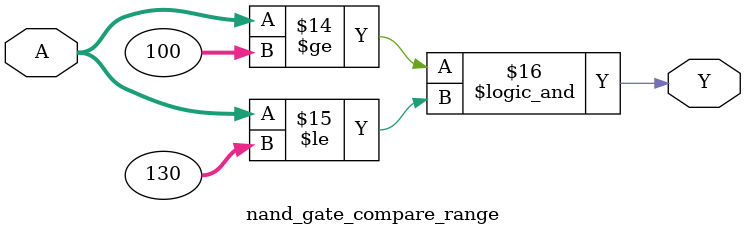
<source format=v>

module nand_gate_compare_range
(
  input [7:0] A,
  output Y
);

  reg [7:0] values [3:0];
  reg Y;

  initial begin
    values[0] = 100;
    values[1] = 110;
    values[2] = 120;
    values[3] = 130;
    Y = (A >= 100) && (A <= 130);
  end


endmodule

</source>
